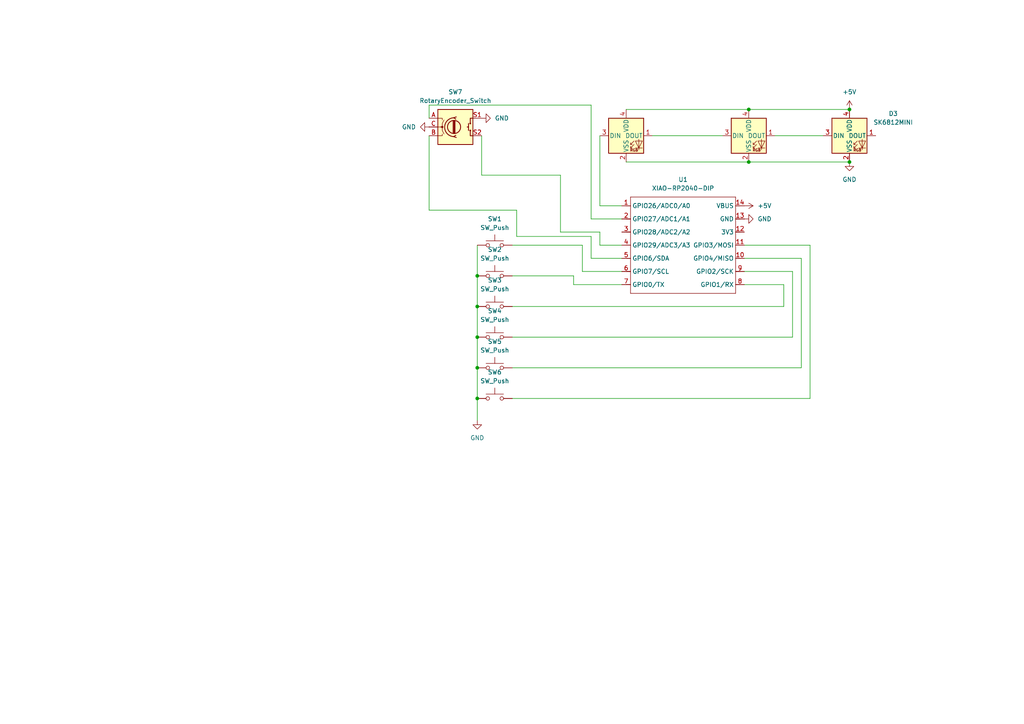
<source format=kicad_sch>
(kicad_sch (version 20250114) (generator "eeschema") (generator_version "9.0")
  (paper "A4")
  (lib_symbols
    (symbol "Device:RotaryEncoder_Switch" (pin_names (offset 0.254) (hide yes))
      (property "Reference" "SW" (at 0 6.604 0))
      (property "Value" "RotaryEncoder_Switch" (at 0 -6.604 0))
      (symbol "RotaryEncoder_Switch_0_1"
        (rectangle (start -5.08 5.08) (end 5.08 -5.08) (stroke (width 0.254)) (fill (type background)))
        (polyline (pts (xy -5.08 2.54) (xy -3.81 2.54) (xy -3.81 2.032)))
        (polyline (pts (xy -5.08 0) (xy -3.81 0) (xy -3.81 -1.016) (xy -3.302 -2.032)))
        (polyline (pts (xy -5.08 -2.54) (xy -3.81 -2.54) (xy -3.81 -2.032)))
        (polyline (pts (xy -4.318 0) (xy -3.81 0) (xy -3.81 1.016) (xy -3.302 2.032)))
        (circle (center -3.81 0) (radius 0.254) (fill (type outline)))
        (polyline (pts (xy -0.635 -1.778) (xy -0.635 1.778)) (stroke (width 0.254)))
        (circle (center -0.381 0) (radius 1.905) (stroke (width 0.254)))
        (polyline (pts (xy -0.381 -1.778) (xy -0.381 1.778)) (stroke (width 0.254)))
        (arc (start -0.381 -2.794) (mid -3.0988 -0.0635) (end -0.381 2.667) (stroke (width 0.254)))
        (polyline (pts (xy -0.127 1.778) (xy -0.127 -1.778)) (stroke (width 0.254)))
        (polyline (pts (xy 0.254 2.921) (xy -0.508 2.667) (xy 0.127 2.286)) (stroke (width 0.254)))
        (polyline (pts (xy 0.254 -3.048) (xy -0.508 -2.794) (xy 0.127 -2.413)) (stroke (width 0.254)))
        (polyline (pts (xy 3.81 1.016) (xy 3.81 -1.016)) (stroke (width 0.254)))
        (polyline (pts (xy 3.81 0) (xy 3.429 0)) (stroke (width 0.254)))
        (circle (center 4.318 1.016) (radius 0.127) (stroke (width 0.254)))
        (circle (center 4.318 -1.016) (radius 0.127) (stroke (width 0.254)))
        (polyline (pts (xy 5.08 2.54) (xy 4.318 2.54) (xy 4.318 1.016)) (stroke (width 0.254)))
        (polyline (pts (xy 5.08 -2.54) (xy 4.318 -2.54) (xy 4.318 -1.016)) (stroke (width 0.254)))
      )
      (symbol "RotaryEncoder_Switch_1_1"
        (pin passive line (at -7.62 2.54 0) (length 2.54) (name "A") (number "A"))
        (pin passive line (at -7.62 0 0) (length 2.54) (name "C") (number "C"))
        (pin passive line (at -7.62 -2.54 0) (length 2.54) (name "B") (number "B"))
        (pin passive line (at 7.62 2.54 180) (length 2.54) (name "S1") (number "S1"))
        (pin passive line (at 7.62 -2.54 180) (length 2.54) (name "S2") (number "S2"))
      )
    )
    (symbol "LED:SK6812MINI" (pin_names (offset 0.254))
      (property "Reference" "D" (at 5.08 5.715 0))
      (property "Value" "SK6812MINI" (at 1.27 -5.715 0))
      (symbol "SK6812MINI_0_0"
        (text "RGB" (at 2.286 -4.191 0) (effects (font (size 0.762 0.762))))
      )
      (symbol "SK6812MINI_0_1"
        (polyline (pts (xy 1.27 -2.54) (xy 1.778 -2.54)))
        (polyline (pts (xy 1.27 -3.556) (xy 1.778 -3.556)))
        (polyline (pts (xy 2.286 -1.524) (xy 1.27 -2.54) (xy 1.27 -2.032)))
        (polyline (pts (xy 2.286 -2.54) (xy 1.27 -3.556) (xy 1.27 -3.048)))
        (polyline (pts (xy 3.683 -1.016) (xy 3.683 -3.556) (xy 3.683 -4.064)))
        (polyline (pts (xy 4.699 -1.524) (xy 2.667 -1.524) (xy 3.683 -3.556) (xy 4.699 -1.524)))
        (polyline (pts (xy 4.699 -3.556) (xy 2.667 -3.556)))
        (rectangle (start 5.08 5.08) (end -5.08 -5.08) (stroke (width 0.254)) (fill (type background)))
      )
      (symbol "SK6812MINI_1_1"
        (pin input line (at -7.62 0 0) (length 2.54) (name "DIN") (number "3"))
        (pin power_in line (at 0 7.62 270) (length 2.54) (name "VDD") (number "4"))
        (pin power_in line (at 0 -7.62 90) (length 2.54) (name "VSS") (number "2"))
        (pin output line (at 7.62 0 180) (length 2.54) (name "DOUT") (number "1"))
      )
    )
    (symbol "OPL:XIAO-RP2040-DIP"
      (property "Reference" "U" (at 0 0 0))
      (property "Value" "XIAO-RP2040-DIP" (at 5.334 -1.778 0))
      (symbol "XIAO-RP2040-DIP_1_0"
        (polyline (pts (xy -1.27 -2.54) (xy 29.21 -2.54)) (stroke (width 0.1524)))
        (polyline (pts (xy -1.27 -5.08) (xy -2.54 -5.08)) (stroke (width 0.1524)))
        (polyline (pts (xy -1.27 -5.08) (xy -1.27 -2.54)) (stroke (width 0.1524)))
        (polyline (pts (xy -1.27 -8.89) (xy -2.54 -8.89)) (stroke (width 0.1524)))
        (polyline (pts (xy -1.27 -8.89) (xy -1.27 -5.08)) (stroke (width 0.1524)))
        (polyline (pts (xy -1.27 -12.7) (xy -2.54 -12.7)) (stroke (width 0.1524)))
        (polyline (pts (xy -1.27 -12.7) (xy -1.27 -8.89)) (stroke (width 0.1524)))
        (polyline (pts (xy -1.27 -16.51) (xy -2.54 -16.51)) (stroke (width 0.1524)))
        (polyline (pts (xy -1.27 -16.51) (xy -1.27 -12.7)) (stroke (width 0.1524)))
        (polyline (pts (xy -1.27 -20.32) (xy -2.54 -20.32)) (stroke (width 0.1524)))
        (polyline (pts (xy -1.27 -24.13) (xy -2.54 -24.13)) (stroke (width 0.1524)))
        (polyline (pts (xy -1.27 -27.94) (xy -2.54 -27.94)) (stroke (width 0.1524)))
        (polyline (pts (xy -1.27 -30.48) (xy -1.27 -16.51)) (stroke (width 0.1524)))
        (polyline (pts (xy 29.21 -2.54) (xy 29.21 -5.08)) (stroke (width 0.1524)))
        (polyline (pts (xy 29.21 -5.08) (xy 29.21 -8.89)) (stroke (width 0.1524)))
        (polyline (pts (xy 29.21 -8.89) (xy 29.21 -12.7)) (stroke (width 0.1524)))
        (polyline (pts (xy 29.21 -12.7) (xy 29.21 -30.48)) (stroke (width 0.1524)))
        (polyline (pts (xy 29.21 -30.48) (xy -1.27 -30.48)) (stroke (width 0.1524)))
        (polyline (pts (xy 30.48 -5.08) (xy 29.21 -5.08)) (stroke (width 0.1524)))
        (polyline (pts (xy 30.48 -8.89) (xy 29.21 -8.89)) (stroke (width 0.1524)))
        (polyline (pts (xy 30.48 -12.7) (xy 29.21 -12.7)) (stroke (width 0.1524)))
        (polyline (pts (xy 30.48 -16.51) (xy 29.21 -16.51)) (stroke (width 0.1524)))
        (polyline (pts (xy 30.48 -20.32) (xy 29.21 -20.32)) (stroke (width 0.1524)))
        (polyline (pts (xy 30.48 -24.13) (xy 29.21 -24.13)) (stroke (width 0.1524)))
        (polyline (pts (xy 30.48 -27.94) (xy 29.21 -27.94)) (stroke (width 0.1524)))
        (pin passive line (at -3.81 -5.08 0) (length 2.54) (name "GPIO26/ADC0/A0") (number "1"))
        (pin passive line (at -3.81 -8.89 0) (length 2.54) (name "GPIO27/ADC1/A1") (number "2"))
        (pin passive line (at -3.81 -12.7 0) (length 2.54) (name "GPIO28/ADC2/A2") (number "3"))
        (pin passive line (at -3.81 -16.51 0) (length 2.54) (name "GPIO29/ADC3/A3") (number "4"))
        (pin passive line (at -3.81 -20.32 0) (length 2.54) (name "GPIO6/SDA") (number "5"))
        (pin passive line (at -3.81 -24.13 0) (length 2.54) (name "GPIO7/SCL") (number "6"))
        (pin passive line (at -3.81 -27.94 0) (length 2.54) (name "GPIO0/TX") (number "7"))
        (pin passive line (at 31.75 -5.08 180) (length 2.54) (name "VBUS") (number "14"))
        (pin passive line (at 31.75 -8.89 180) (length 2.54) (name "GND") (number "13"))
        (pin passive line (at 31.75 -12.7 180) (length 2.54) (name "3V3") (number "12"))
        (pin passive line (at 31.75 -16.51 180) (length 2.54) (name "GPIO3/MOSI") (number "11"))
        (pin passive line (at 31.75 -20.32 180) (length 2.54) (name "GPIO4/MISO") (number "10"))
        (pin passive line (at 31.75 -24.13 180) (length 2.54) (name "GPIO2/SCK") (number "9"))
        (pin passive line (at 31.75 -27.94 180) (length 2.54) (name "GPIO1/RX") (number "8"))
      )
    )
    (symbol "Switch:SW_Push" (pin_numbers (hide yes)) (pin_names (offset 1.016) (hide yes))
      (property "Reference" "SW" (at 1.27 2.54 0))
      (property "Value" "SW_Push" (at 0 -1.524 0))
      (symbol "SW_Push_0_1"
        (circle (center -2.032 0) (radius 0.508))
        (polyline (pts (xy 0 1.27) (xy 0 3.048)))
        (circle (center 2.032 0) (radius 0.508))
        (polyline (pts (xy 2.54 1.27) (xy -2.54 1.27)))
        (pin passive line (at -5.08 0 0) (length 2.54) (name "1") (number "1"))
        (pin passive line (at 5.08 0 180) (length 2.54) (name "2") (number "2"))
      )
    )
    (symbol "power:+5V" (power) (pin_numbers (hide yes)) (pin_names (offset 0) (hide yes))
      (property "Value" "+5V" (at 0 3.556 0))
      (symbol "+5V_0_1"
        (polyline (pts (xy -0.762 1.27) (xy 0 2.54)))
        (polyline (pts (xy 0 2.54) (xy 0.762 1.27)))
        (polyline (pts (xy 0 0) (xy 0 2.54)))
      )
      (symbol "+5V_1_1"
        (pin power_in line (at 0 0 90) (length 0) (name "~") (number "1"))
      )
    )
    (symbol "power:GND" (power) (pin_numbers (hide yes)) (pin_names (offset 0) (hide yes))
      (property "Value" "GND" (at 0 -3.81 0))
      (symbol "GND_0_1"
        (polyline (pts (xy 0 0) (xy 0 -1.27) (xy 1.27 -1.27) (xy 0 -2.54) (xy -1.27 -1.27) (xy 0 -1.27)))
      )
      (symbol "GND_1_1"
        (pin power_in line (at 0 0 270) (length 0) (name "~") (number "1"))
      )
    )
  )
  (junction (at 138.43 106.68))
  (junction (at 246.38 31.75))
  (junction (at 217.17 31.75))
  (junction (at 217.17 46.99))
  (junction (at 138.43 97.79))
  (junction (at 246.38 46.99))
  (junction (at 138.43 115.57))
  (junction (at 138.43 80.01))
  (junction (at 138.43 88.9))
  (wire (pts (xy 171.45 63.5) (xy 180.34 63.5)))
  (wire (pts (xy 232.41 74.93) (xy 232.41 106.68)))
  (wire (pts (xy 138.43 115.57) (xy 138.43 121.92)))
  (wire (pts (xy 180.34 78.74) (xy 168.91 78.74)))
  (wire (pts (xy 138.43 97.79) (xy 138.43 106.68)))
  (wire (pts (xy 232.41 106.68) (xy 148.59 106.68)))
  (wire (pts (xy 124.46 30.48) (xy 124.46 34.29)))
  (wire (pts (xy 217.17 31.75) (xy 246.38 31.75)))
  (wire (pts (xy 215.9 71.12) (xy 234.95 71.12)))
  (wire (pts (xy 139.7 39.37) (xy 139.7 50.8)))
  (wire (pts (xy 171.45 74.93) (xy 180.34 74.93)))
  (wire (pts (xy 234.95 115.57) (xy 148.59 115.57)))
  (wire (pts (xy 138.43 106.68) (xy 138.43 115.57)))
  (wire (pts (xy 138.43 80.01) (xy 138.43 88.9)))
  (wire (pts (xy 215.9 78.74) (xy 229.87 78.74)))
  (wire (pts (xy 180.34 82.55) (xy 166.37 82.55)))
  (wire (pts (xy 171.45 30.48) (xy 171.45 63.5)))
  (wire (pts (xy 173.99 67.31) (xy 173.99 71.12)))
  (wire (pts (xy 189.23 39.37) (xy 209.55 39.37)))
  (wire (pts (xy 229.87 78.74) (xy 229.87 97.79)))
  (wire (pts (xy 215.9 74.93) (xy 232.41 74.93)))
  (wire (pts (xy 162.56 50.8) (xy 139.7 50.8)))
  (wire (pts (xy 166.37 80.01) (xy 148.59 80.01)))
  (wire (pts (xy 138.43 71.12) (xy 138.43 80.01)))
  (wire (pts (xy 224.79 39.37) (xy 238.76 39.37)))
  (wire (pts (xy 229.87 97.79) (xy 148.59 97.79)))
  (wire (pts (xy 138.43 88.9) (xy 138.43 97.79)))
  (wire (pts (xy 149.86 68.58) (xy 171.45 68.58)))
  (wire (pts (xy 234.95 71.12) (xy 234.95 115.57)))
  (wire (pts (xy 162.56 50.8) (xy 162.56 67.31)))
  (wire (pts (xy 181.61 31.75) (xy 217.17 31.75)))
  (wire (pts (xy 181.61 46.99) (xy 217.17 46.99)))
  (wire (pts (xy 215.9 82.55) (xy 227.33 82.55)))
  (wire (pts (xy 173.99 39.37) (xy 173.99 59.69)))
  (wire (pts (xy 173.99 59.69) (xy 180.34 59.69)))
  (wire (pts (xy 166.37 82.55) (xy 166.37 80.01)))
  (wire (pts (xy 227.33 88.9) (xy 148.59 88.9)))
  (wire (pts (xy 124.46 60.96) (xy 149.86 60.96)))
  (wire (pts (xy 168.91 78.74) (xy 168.91 71.12)))
  (wire (pts (xy 171.45 68.58) (xy 171.45 74.93)))
  (wire (pts (xy 227.33 82.55) (xy 227.33 88.9)))
  (wire (pts (xy 149.86 60.96) (xy 149.86 68.58)))
  (wire (pts (xy 124.46 60.96) (xy 124.46 39.37)))
  (wire (pts (xy 246.38 46.99) (xy 217.17 46.99)))
  (wire (pts (xy 168.91 71.12) (xy 148.59 71.12)))
  (wire (pts (xy 162.56 67.31) (xy 173.99 67.31)))
  (wire (pts (xy 124.46 30.48) (xy 171.45 30.48)))
  (wire (pts (xy 173.99 71.12) (xy 180.34 71.12)))
  (symbol (lib_id "OPL:XIAO-RP2040-DIP") (at 184.15 54.61 0) (unit 1)
    (property "Reference" "U1" (at 198.12 52.07 0))
    (property "Value" "XIAO-RP2040-DIP" (at 198.12 54.61 0))
    (property "Footprint" "OPL:XIAO-RP2040-DIP" (effects (hide yes)))
  )
  (symbol (lib_id "LED:SK6812MINI") (at 246.38 39.37 0) (unit 1)
    (property "Reference" "D3" (at 259.08 32.9498 0))
    (property "Value" "SK6812MINI" (at 259.08 35.4898 0))
    (property "Footprint" "LED_SMD:LED_SK6812MINI_PLCC4_3.5x3.5mm_P1.75mm" (effects (hide yes)))
    (property "Datasheet" "https://cdn-shop.adafruit.com/product-files/2686/SK6812MINI_REV.01-1-2.pdf" (effects (hide yes)))
    (property "Description" "RGB LED with integrated controller" (effects (hide yes)))
  )
  (symbol (lib_id "power:+5V") (at 215.9 59.69 270) (unit 1)
    (property "Reference" "#PWR04" (effects (hide yes)))
    (property "Value" "+5V" (at 219.71 59.6899 90) (effects (justify left)))
    (property "Description" "Power symbol creates a global label with name \"+5V\"" (effects (hide yes)))
  )
  (symbol (lib_id "Device:RotaryEncoder_Switch") (at 132.08 36.83 0) (unit 1)
    (property "Reference" "SW7" (at 132.08 26.67 0))
    (property "Value" "RotaryEncoder_Switch" (at 132.08 29.21 0))
    (property "Footprint" "Rotary Encoders:RotaryEncoder_Alps_EC11E-Switch_Vertical_H20mm" (effects (hide yes)))
    (property "Description" "Rotary encoder, dual channel, incremental quadrate outputs, with switch" (effects (hide yes)))
  )
  (symbol (lib_id "LED:SK6812MINI") (at 217.17 39.37 0) (unit 1)
    (property "Reference" "D2" (effects (hide yes)))
    (property "Value" "SK6812MINI" (effects (hide yes)))
    (property "Footprint" "LED_SMD:LED_SK6812MINI_PLCC4_3.5x3.5mm_P1.75mm" (effects (hide yes)))
    (property "Datasheet" "https://cdn-shop.adafruit.com/product-files/2686/SK6812MINI_REV.01-1-2.pdf" (effects (hide yes)))
    (property "Description" "RGB LED with integrated controller" (effects (hide yes)))
  )
  (symbol (lib_id "power:GND") (at 246.38 46.99 0) (unit 1)
    (property "Reference" "#PWR02" (effects (hide yes)))
    (property "Value" "GND" (at 246.38 52.07 0))
    (property "Description" "Power symbol creates a global label with name \"GND\" , ground" (effects (hide yes)))
  )
  (symbol (lib_id "Switch:SW_Push") (at 143.51 97.79 0) (unit 1)
    (property "Reference" "SW4" (at 143.51 90.17 0))
    (property "Value" "SW_Push" (at 143.51 92.71 0))
    (property "Footprint" "Button_Switch_Keyboard:SW_Cherry_MX_1.00u_PCB" (effects (hide yes)))
    (property "Description" "Push button switch, generic, two pins" (effects (hide yes)))
  )
  (symbol (lib_id "Switch:SW_Push") (at 143.51 71.12 0) (unit 1)
    (property "Reference" "SW1" (at 143.51 63.5 0))
    (property "Value" "SW_Push" (at 143.51 66.04 0))
    (property "Footprint" "Button_Switch_Keyboard:SW_Cherry_MX_1.00u_PCB" (effects (hide yes)))
    (property "Description" "Push button switch, generic, two pins" (effects (hide yes)))
  )
  (symbol (lib_id "Switch:SW_Push") (at 143.51 106.68 0) (unit 1)
    (property "Reference" "SW5" (at 143.51 99.06 0))
    (property "Value" "SW_Push" (at 143.51 101.6 0))
    (property "Footprint" "Button_Switch_Keyboard:SW_Cherry_MX_1.00u_PCB" (effects (hide yes)))
    (property "Description" "Push button switch, generic, two pins" (effects (hide yes)))
  )
  (symbol (lib_id "power:+5V") (at 246.38 31.75 0) (unit 1)
    (property "Reference" "#PWR03" (effects (hide yes)))
    (property "Value" "+5V" (at 246.38 26.67 0))
    (property "Description" "Power symbol creates a global label with name \"+5V\"" (effects (hide yes)))
  )
  (symbol (lib_id "Switch:SW_Push") (at 143.51 80.01 0) (unit 1)
    (property "Reference" "SW2" (at 143.51 72.39 0))
    (property "Value" "SW_Push" (at 143.51 74.93 0))
    (property "Footprint" "Button_Switch_Keyboard:SW_Cherry_MX_1.00u_PCB" (effects (hide yes)))
    (property "Description" "Push button switch, generic, two pins" (effects (hide yes)))
  )
  (symbol (lib_id "Switch:SW_Push") (at 143.51 88.9 0) (unit 1)
    (property "Reference" "SW3" (at 143.51 81.28 0))
    (property "Value" "SW_Push" (at 143.51 83.82 0))
    (property "Footprint" "Button_Switch_Keyboard:SW_Cherry_MX_1.00u_PCB" (effects (hide yes)))
    (property "Description" "Push button switch, generic, two pins" (effects (hide yes)))
  )
  (symbol (lib_id "LED:SK6812MINI") (at 181.61 39.37 0) (unit 1)
    (property "Reference" "D1" (effects (hide yes)))
    (property "Value" "SK6812MINI" (effects (hide yes)))
    (property "Footprint" "LED_SMD:LED_SK6812MINI_PLCC4_3.5x3.5mm_P1.75mm" (effects (hide yes)))
    (property "Datasheet" "https://cdn-shop.adafruit.com/product-files/2686/SK6812MINI_REV.01-1-2.pdf" (effects (hide yes)))
    (property "Description" "RGB LED with integrated controller" (effects (hide yes)))
  )
  (symbol (lib_id "Switch:SW_Push") (at 143.51 115.57 0) (unit 1)
    (property "Reference" "SW6" (at 143.51 107.95 0))
    (property "Value" "SW_Push" (at 143.51 110.49 0))
    (property "Footprint" "Button_Switch_Keyboard:SW_Cherry_MX_1.00u_PCB" (effects (hide yes)))
    (property "Description" "Push button switch, generic, two pins" (effects (hide yes)))
  )
  (symbol (lib_id "power:GND") (at 124.46 36.83 270) (unit 1)
    (property "Reference" "#PWR07" (effects (hide yes)))
    (property "Value" "GND" (at 120.65 36.8299 90) (effects (justify right)))
    (property "Description" "Power symbol creates a global label with name \"GND\" , ground" (effects (hide yes)))
  )
  (symbol (lib_id "power:GND") (at 139.7 34.29 90) (unit 1)
    (property "Reference" "#PWR08" (effects (hide yes)))
    (property "Value" "GND" (at 143.51 34.2899 90) (effects (justify right)))
    (property "Description" "Power symbol creates a global label with name \"GND\" , ground" (effects (hide yes)))
  )
  (symbol (lib_id "power:GND") (at 215.9 63.5 90) (unit 1)
    (property "Reference" "#PWR05" (effects (hide yes)))
    (property "Value" "GND" (at 219.71 63.4999 90) (effects (justify right)))
    (property "Description" "Power symbol creates a global label with name \"GND\" , ground" (effects (hide yes)))
  )
  (symbol (lib_id "power:GND") (at 138.43 121.92 0) (unit 1)
    (property "Reference" "#PWR01" (effects (hide yes)))
    (property "Value" "GND" (at 138.43 127 0))
    (property "Description" "Power symbol creates a global label with name \"GND\" , ground" (effects (hide yes)))
  )
)
</source>
